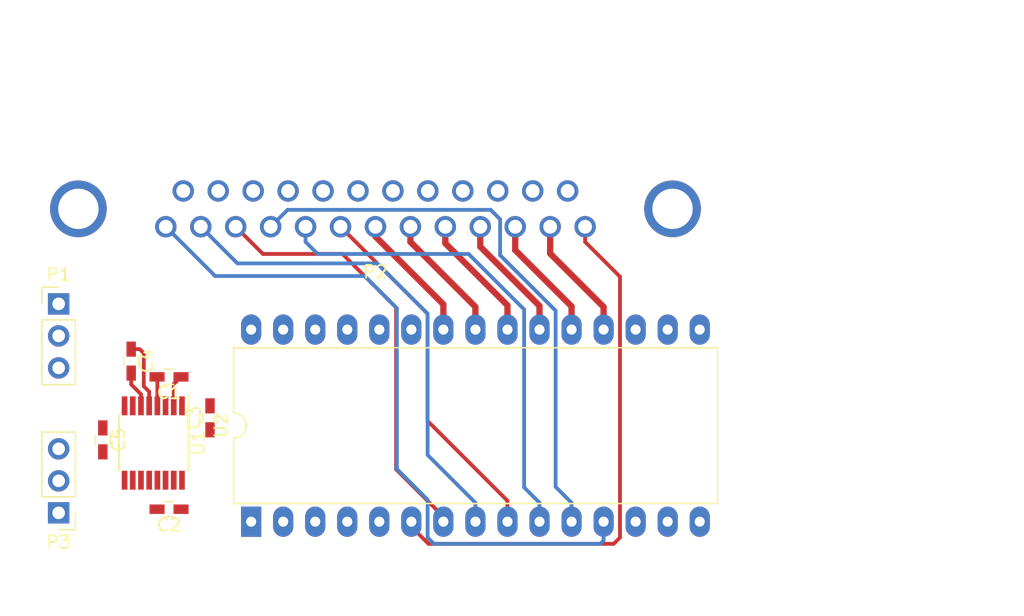
<source format=kicad_pcb>
(kicad_pcb (version 4) (host pcbnew 4.0.5)

  (general
    (links 45)
    (no_connects 42)
    (area 0 0 0 0)
    (thickness 1.6)
    (drawings 10)
    (tracks 79)
    (zones 0)
    (modules 10)
    (nets 27)
  )

  (page A4)
  (layers
    (0 F.Cu signal)
    (31 B.Cu signal)
    (32 B.Adhes user)
    (33 F.Adhes user)
    (34 B.Paste user)
    (35 F.Paste user)
    (36 B.SilkS user)
    (37 F.SilkS user)
    (38 B.Mask user)
    (39 F.Mask user)
    (40 Dwgs.User user)
    (41 Cmts.User user)
    (42 Eco1.User user)
    (43 Eco2.User user)
    (44 Edge.Cuts user)
    (45 Margin user)
    (46 B.CrtYd user)
    (47 F.CrtYd user)
    (48 B.Fab user)
    (49 F.Fab user)
  )

  (setup
    (last_trace_width 0.25)
    (user_trace_width 0.3)
    (user_trace_width 0.5)
    (user_trace_width 1)
    (trace_clearance 0.2)
    (zone_clearance 0.508)
    (zone_45_only no)
    (trace_min 0.15)
    (segment_width 0.2)
    (edge_width 0.15)
    (via_size 0.6)
    (via_drill 0.4)
    (via_min_size 0.3)
    (via_min_drill 0.2)
    (uvia_size 0.3)
    (uvia_drill 0.1)
    (uvias_allowed no)
    (uvia_min_size 0.2)
    (uvia_min_drill 0.1)
    (pcb_text_width 0.3)
    (pcb_text_size 1.5 1.5)
    (mod_edge_width 0.15)
    (mod_text_size 1 1)
    (mod_text_width 0.15)
    (pad_size 1.524 1.524)
    (pad_drill 0.762)
    (pad_to_mask_clearance 0.2)
    (aux_axis_origin 0 0)
    (visible_elements FFFEFF7F)
    (pcbplotparams
      (layerselection 0x00030_80000001)
      (usegerberextensions false)
      (excludeedgelayer true)
      (linewidth 0.100000)
      (plotframeref false)
      (viasonmask false)
      (mode 1)
      (useauxorigin false)
      (hpglpennumber 1)
      (hpglpenspeed 20)
      (hpglpendiameter 15)
      (hpglpenoverlay 2)
      (psnegative false)
      (psa4output false)
      (plotreference true)
      (plotvalue true)
      (plotinvisibletext false)
      (padsonsilk false)
      (subtractmaskfromsilk false)
      (outputformat 1)
      (mirror false)
      (drillshape 1)
      (scaleselection 1)
      (outputdirectory ""))
  )

  (net 0 "")
  (net 1 "Net-(C1-Pad1)")
  (net 2 "Net-(C1-Pad2)")
  (net 3 /+5V)
  (net 4 GND)
  (net 5 "Net-(C3-Pad1)")
  (net 6 "Net-(C4-Pad1)")
  (net 7 "Net-(C4-Pad2)")
  (net 8 "Net-(C5-Pad1)")
  (net 9 /VIN)
  (net 10 /~STROBE)
  (net 11 /DATA0)
  (net 12 /DATA1)
  (net 13 /DATA2)
  (net 14 /DATA3)
  (net 15 /DATA4)
  (net 16 /DATA5)
  (net 17 /DATA6)
  (net 18 /DATA7)
  (net 19 /~ACK)
  (net 20 /BUSY)
  (net 21 /POUT)
  (net 22 /SELECT)
  (net 23 /DOUT)
  (net 24 /RIN)
  (net 25 /ROUT)
  (net 26 /DIN)

  (net_class Default "This is the default net class."
    (clearance 0.2)
    (trace_width 0.25)
    (via_dia 0.6)
    (via_drill 0.4)
    (uvia_dia 0.3)
    (uvia_drill 0.1)
    (add_net /+5V)
    (add_net /BUSY)
    (add_net /DATA0)
    (add_net /DATA1)
    (add_net /DATA2)
    (add_net /DATA3)
    (add_net /DATA4)
    (add_net /DATA5)
    (add_net /DATA6)
    (add_net /DATA7)
    (add_net /DIN)
    (add_net /DOUT)
    (add_net /POUT)
    (add_net /RIN)
    (add_net /ROUT)
    (add_net /SELECT)
    (add_net /VIN)
    (add_net /~ACK)
    (add_net /~STROBE)
    (add_net GND)
    (add_net "Net-(C1-Pad1)")
    (add_net "Net-(C1-Pad2)")
    (add_net "Net-(C3-Pad1)")
    (add_net "Net-(C4-Pad1)")
    (add_net "Net-(C4-Pad2)")
    (add_net "Net-(C5-Pad1)")
  )

  (module Capacitors_SMD:C_0603_HandSoldering (layer F.Cu) (tedit 58AA848B) (tstamp 59594D58)
    (at 181.25 109.75 180)
    (descr "Capacitor SMD 0603, hand soldering")
    (tags "capacitor 0603")
    (path /59580C1C)
    (attr smd)
    (fp_text reference C1 (at 0 -1.25 180) (layer F.SilkS)
      (effects (font (size 1 1) (thickness 0.15)))
    )
    (fp_text value 47n (at 0 1.5 180) (layer F.Fab)
      (effects (font (size 1 1) (thickness 0.15)))
    )
    (fp_text user %R (at 0 -1.25 180) (layer F.Fab)
      (effects (font (size 1 1) (thickness 0.15)))
    )
    (fp_line (start -0.8 0.4) (end -0.8 -0.4) (layer F.Fab) (width 0.1))
    (fp_line (start 0.8 0.4) (end -0.8 0.4) (layer F.Fab) (width 0.1))
    (fp_line (start 0.8 -0.4) (end 0.8 0.4) (layer F.Fab) (width 0.1))
    (fp_line (start -0.8 -0.4) (end 0.8 -0.4) (layer F.Fab) (width 0.1))
    (fp_line (start -0.35 -0.6) (end 0.35 -0.6) (layer F.SilkS) (width 0.12))
    (fp_line (start 0.35 0.6) (end -0.35 0.6) (layer F.SilkS) (width 0.12))
    (fp_line (start -1.8 -0.65) (end 1.8 -0.65) (layer F.CrtYd) (width 0.05))
    (fp_line (start -1.8 -0.65) (end -1.8 0.65) (layer F.CrtYd) (width 0.05))
    (fp_line (start 1.8 0.65) (end 1.8 -0.65) (layer F.CrtYd) (width 0.05))
    (fp_line (start 1.8 0.65) (end -1.8 0.65) (layer F.CrtYd) (width 0.05))
    (pad 1 smd rect (at -0.95 0 180) (size 1.2 0.75) (layers F.Cu F.Paste F.Mask)
      (net 1 "Net-(C1-Pad1)"))
    (pad 2 smd rect (at 0.95 0 180) (size 1.2 0.75) (layers F.Cu F.Paste F.Mask)
      (net 2 "Net-(C1-Pad2)"))
    (model Capacitors_SMD.3dshapes/C_0603.wrl
      (at (xyz 0 0 0))
      (scale (xyz 1 1 1))
      (rotate (xyz 0 0 0))
    )
  )

  (module Capacitors_SMD:C_0603_HandSoldering (layer F.Cu) (tedit 58AA848B) (tstamp 59594D5E)
    (at 181.25 120.25 180)
    (descr "Capacitor SMD 0603, hand soldering")
    (tags "capacitor 0603")
    (path /59581375)
    (attr smd)
    (fp_text reference C2 (at 0 -1.25 180) (layer F.SilkS)
      (effects (font (size 1 1) (thickness 0.15)))
    )
    (fp_text value 100n (at 0 1.5 180) (layer F.Fab)
      (effects (font (size 1 1) (thickness 0.15)))
    )
    (fp_text user %R (at 0 -1.25 180) (layer F.Fab)
      (effects (font (size 1 1) (thickness 0.15)))
    )
    (fp_line (start -0.8 0.4) (end -0.8 -0.4) (layer F.Fab) (width 0.1))
    (fp_line (start 0.8 0.4) (end -0.8 0.4) (layer F.Fab) (width 0.1))
    (fp_line (start 0.8 -0.4) (end 0.8 0.4) (layer F.Fab) (width 0.1))
    (fp_line (start -0.8 -0.4) (end 0.8 -0.4) (layer F.Fab) (width 0.1))
    (fp_line (start -0.35 -0.6) (end 0.35 -0.6) (layer F.SilkS) (width 0.12))
    (fp_line (start 0.35 0.6) (end -0.35 0.6) (layer F.SilkS) (width 0.12))
    (fp_line (start -1.8 -0.65) (end 1.8 -0.65) (layer F.CrtYd) (width 0.05))
    (fp_line (start -1.8 -0.65) (end -1.8 0.65) (layer F.CrtYd) (width 0.05))
    (fp_line (start 1.8 0.65) (end 1.8 -0.65) (layer F.CrtYd) (width 0.05))
    (fp_line (start 1.8 0.65) (end -1.8 0.65) (layer F.CrtYd) (width 0.05))
    (pad 1 smd rect (at -0.95 0 180) (size 1.2 0.75) (layers F.Cu F.Paste F.Mask)
      (net 3 /+5V))
    (pad 2 smd rect (at 0.95 0 180) (size 1.2 0.75) (layers F.Cu F.Paste F.Mask)
      (net 4 GND))
    (model Capacitors_SMD.3dshapes/C_0603.wrl
      (at (xyz 0 0 0))
      (scale (xyz 1 1 1))
      (rotate (xyz 0 0 0))
    )
  )

  (module Capacitors_SMD:C_0603_HandSoldering (layer F.Cu) (tedit 58AA848B) (tstamp 59594D64)
    (at 184.5 113 90)
    (descr "Capacitor SMD 0603, hand soldering")
    (tags "capacitor 0603")
    (path /595816B2)
    (attr smd)
    (fp_text reference C3 (at 0 -1.25 90) (layer F.SilkS)
      (effects (font (size 1 1) (thickness 0.15)))
    )
    (fp_text value 330n (at 0 1.5 90) (layer F.Fab)
      (effects (font (size 1 1) (thickness 0.15)))
    )
    (fp_text user %R (at 0 -1.25 90) (layer F.Fab)
      (effects (font (size 1 1) (thickness 0.15)))
    )
    (fp_line (start -0.8 0.4) (end -0.8 -0.4) (layer F.Fab) (width 0.1))
    (fp_line (start 0.8 0.4) (end -0.8 0.4) (layer F.Fab) (width 0.1))
    (fp_line (start 0.8 -0.4) (end 0.8 0.4) (layer F.Fab) (width 0.1))
    (fp_line (start -0.8 -0.4) (end 0.8 -0.4) (layer F.Fab) (width 0.1))
    (fp_line (start -0.35 -0.6) (end 0.35 -0.6) (layer F.SilkS) (width 0.12))
    (fp_line (start 0.35 0.6) (end -0.35 0.6) (layer F.SilkS) (width 0.12))
    (fp_line (start -1.8 -0.65) (end 1.8 -0.65) (layer F.CrtYd) (width 0.05))
    (fp_line (start -1.8 -0.65) (end -1.8 0.65) (layer F.CrtYd) (width 0.05))
    (fp_line (start 1.8 0.65) (end 1.8 -0.65) (layer F.CrtYd) (width 0.05))
    (fp_line (start 1.8 0.65) (end -1.8 0.65) (layer F.CrtYd) (width 0.05))
    (pad 1 smd rect (at -0.95 0 90) (size 1.2 0.75) (layers F.Cu F.Paste F.Mask)
      (net 5 "Net-(C3-Pad1)"))
    (pad 2 smd rect (at 0.95 0 90) (size 1.2 0.75) (layers F.Cu F.Paste F.Mask)
      (net 4 GND))
    (model Capacitors_SMD.3dshapes/C_0603.wrl
      (at (xyz 0 0 0))
      (scale (xyz 1 1 1))
      (rotate (xyz 0 0 0))
    )
  )

  (module Capacitors_SMD:C_0603_HandSoldering (layer F.Cu) (tedit 58AA848B) (tstamp 59594D6A)
    (at 178.25 108.5 270)
    (descr "Capacitor SMD 0603, hand soldering")
    (tags "capacitor 0603")
    (path /59580DCA)
    (attr smd)
    (fp_text reference C4 (at 0 -1.25 270) (layer F.SilkS)
      (effects (font (size 1 1) (thickness 0.15)))
    )
    (fp_text value 330n (at 0 1.5 270) (layer F.Fab)
      (effects (font (size 1 1) (thickness 0.15)))
    )
    (fp_text user %R (at 0 -1.25 270) (layer F.Fab)
      (effects (font (size 1 1) (thickness 0.15)))
    )
    (fp_line (start -0.8 0.4) (end -0.8 -0.4) (layer F.Fab) (width 0.1))
    (fp_line (start 0.8 0.4) (end -0.8 0.4) (layer F.Fab) (width 0.1))
    (fp_line (start 0.8 -0.4) (end 0.8 0.4) (layer F.Fab) (width 0.1))
    (fp_line (start -0.8 -0.4) (end 0.8 -0.4) (layer F.Fab) (width 0.1))
    (fp_line (start -0.35 -0.6) (end 0.35 -0.6) (layer F.SilkS) (width 0.12))
    (fp_line (start 0.35 0.6) (end -0.35 0.6) (layer F.SilkS) (width 0.12))
    (fp_line (start -1.8 -0.65) (end 1.8 -0.65) (layer F.CrtYd) (width 0.05))
    (fp_line (start -1.8 -0.65) (end -1.8 0.65) (layer F.CrtYd) (width 0.05))
    (fp_line (start 1.8 0.65) (end 1.8 -0.65) (layer F.CrtYd) (width 0.05))
    (fp_line (start 1.8 0.65) (end -1.8 0.65) (layer F.CrtYd) (width 0.05))
    (pad 1 smd rect (at -0.95 0 270) (size 1.2 0.75) (layers F.Cu F.Paste F.Mask)
      (net 6 "Net-(C4-Pad1)"))
    (pad 2 smd rect (at 0.95 0 270) (size 1.2 0.75) (layers F.Cu F.Paste F.Mask)
      (net 7 "Net-(C4-Pad2)"))
    (model Capacitors_SMD.3dshapes/C_0603.wrl
      (at (xyz 0 0 0))
      (scale (xyz 1 1 1))
      (rotate (xyz 0 0 0))
    )
  )

  (module Capacitors_SMD:C_0603_HandSoldering (layer F.Cu) (tedit 58AA848B) (tstamp 59594D70)
    (at 176 114.75 270)
    (descr "Capacitor SMD 0603, hand soldering")
    (tags "capacitor 0603")
    (path /59581514)
    (attr smd)
    (fp_text reference C5 (at 0 -1.25 270) (layer F.SilkS)
      (effects (font (size 1 1) (thickness 0.15)))
    )
    (fp_text value 330n (at 0 1.5 270) (layer F.Fab)
      (effects (font (size 1 1) (thickness 0.15)))
    )
    (fp_text user %R (at 0 -1.25 270) (layer F.Fab)
      (effects (font (size 1 1) (thickness 0.15)))
    )
    (fp_line (start -0.8 0.4) (end -0.8 -0.4) (layer F.Fab) (width 0.1))
    (fp_line (start 0.8 0.4) (end -0.8 0.4) (layer F.Fab) (width 0.1))
    (fp_line (start 0.8 -0.4) (end 0.8 0.4) (layer F.Fab) (width 0.1))
    (fp_line (start -0.8 -0.4) (end 0.8 -0.4) (layer F.Fab) (width 0.1))
    (fp_line (start -0.35 -0.6) (end 0.35 -0.6) (layer F.SilkS) (width 0.12))
    (fp_line (start 0.35 0.6) (end -0.35 0.6) (layer F.SilkS) (width 0.12))
    (fp_line (start -1.8 -0.65) (end 1.8 -0.65) (layer F.CrtYd) (width 0.05))
    (fp_line (start -1.8 -0.65) (end -1.8 0.65) (layer F.CrtYd) (width 0.05))
    (fp_line (start 1.8 0.65) (end 1.8 -0.65) (layer F.CrtYd) (width 0.05))
    (fp_line (start 1.8 0.65) (end -1.8 0.65) (layer F.CrtYd) (width 0.05))
    (pad 1 smd rect (at -0.95 0 270) (size 1.2 0.75) (layers F.Cu F.Paste F.Mask)
      (net 8 "Net-(C5-Pad1)"))
    (pad 2 smd rect (at 0.95 0 270) (size 1.2 0.75) (layers F.Cu F.Paste F.Mask)
      (net 4 GND))
    (model Capacitors_SMD.3dshapes/C_0603.wrl
      (at (xyz 0 0 0))
      (scale (xyz 1 1 1))
      (rotate (xyz 0 0 0))
    )
  )

  (module Pin_Headers:Pin_Header_Straight_1x03_Pitch2.54mm (layer F.Cu) (tedit 58CD4EC1) (tstamp 59594D77)
    (at 172.5 103.96)
    (descr "Through hole straight pin header, 1x03, 2.54mm pitch, single row")
    (tags "Through hole pin header THT 1x03 2.54mm single row")
    (path /59580591)
    (fp_text reference P1 (at 0 -2.33) (layer F.SilkS)
      (effects (font (size 1 1) (thickness 0.15)))
    )
    (fp_text value PWR (at 0 7.41) (layer F.Fab)
      (effects (font (size 1 1) (thickness 0.15)))
    )
    (fp_line (start -1.27 -1.27) (end -1.27 6.35) (layer F.Fab) (width 0.1))
    (fp_line (start -1.27 6.35) (end 1.27 6.35) (layer F.Fab) (width 0.1))
    (fp_line (start 1.27 6.35) (end 1.27 -1.27) (layer F.Fab) (width 0.1))
    (fp_line (start 1.27 -1.27) (end -1.27 -1.27) (layer F.Fab) (width 0.1))
    (fp_line (start -1.33 1.27) (end -1.33 6.41) (layer F.SilkS) (width 0.12))
    (fp_line (start -1.33 6.41) (end 1.33 6.41) (layer F.SilkS) (width 0.12))
    (fp_line (start 1.33 6.41) (end 1.33 1.27) (layer F.SilkS) (width 0.12))
    (fp_line (start 1.33 1.27) (end -1.33 1.27) (layer F.SilkS) (width 0.12))
    (fp_line (start -1.33 0) (end -1.33 -1.33) (layer F.SilkS) (width 0.12))
    (fp_line (start -1.33 -1.33) (end 0 -1.33) (layer F.SilkS) (width 0.12))
    (fp_line (start -1.8 -1.8) (end -1.8 6.85) (layer F.CrtYd) (width 0.05))
    (fp_line (start -1.8 6.85) (end 1.8 6.85) (layer F.CrtYd) (width 0.05))
    (fp_line (start 1.8 6.85) (end 1.8 -1.8) (layer F.CrtYd) (width 0.05))
    (fp_line (start 1.8 -1.8) (end -1.8 -1.8) (layer F.CrtYd) (width 0.05))
    (fp_text user %R (at 0 -2.33) (layer F.Fab)
      (effects (font (size 1 1) (thickness 0.15)))
    )
    (pad 1 thru_hole rect (at 0 0) (size 1.7 1.7) (drill 1) (layers *.Cu *.Mask)
      (net 9 /VIN))
    (pad 2 thru_hole oval (at 0 2.54) (size 1.7 1.7) (drill 1) (layers *.Cu *.Mask)
      (net 3 /+5V))
    (pad 3 thru_hole oval (at 0 5.08) (size 1.7 1.7) (drill 1) (layers *.Cu *.Mask)
      (net 4 GND))
    (model ${KISYS3DMOD}/Pin_Headers.3dshapes/Pin_Header_Straight_1x03_Pitch2.54mm.wrl
      (at (xyz 0 -0.1 0))
      (scale (xyz 1 1 1))
      (rotate (xyz 0 0 90))
    )
  )

  (module Keio:DB25M-RA-TH (layer F.Cu) (tedit 59593A41) (tstamp 59594DD2)
    (at 197.615 96.42)
    (descr 182-YYY-113RYY1)
    (tags D-sub)
    (path /59593E4C)
    (fp_text reference P2 (at 0 5) (layer F.SilkS)
      (effects (font (size 1 1) (thickness 0.15)))
    )
    (fp_text value PARALLEL_PORT (at 0 -5) (layer F.Fab)
      (effects (font (size 1 1) (thickness 0.15)))
    )
    (fp_line (start 15.235 2.84) (end 15.235 0) (layer F.Mask) (width 0.15))
    (fp_line (start 18.005 2.84) (end 15.235 2.84) (layer F.Mask) (width 0.15))
    (fp_line (start 18.005 0) (end 18.005 2.84) (layer F.Mask) (width 0.15))
    (fp_line (start 15.235 0) (end 18.005 0) (layer F.Mask) (width 0.15))
    (fp_line (start 15.235 2.84) (end 15.235 0) (layer B.Mask) (width 0.15))
    (fp_line (start 18.005 2.84) (end 15.235 2.84) (layer B.Mask) (width 0.15))
    (fp_line (start 18.005 0) (end 18.005 2.84) (layer B.Mask) (width 0.15))
    (fp_line (start 15.235 0) (end 18.005 0) (layer B.Mask) (width 0.15))
    (fp_line (start 27 -15.75) (end 26.75 -15.75) (layer F.CrtYd) (width 0.15))
    (fp_line (start 27 3.75) (end 27 -15.75) (layer F.CrtYd) (width 0.15))
    (fp_line (start -27 3.75) (end 27 3.75) (layer F.CrtYd) (width 0.15))
    (fp_line (start -27 -15.75) (end 26.75 -15.75) (layer F.CrtYd) (width 0.15))
    (fp_line (start -27 3.75) (end -27 -15.75) (layer F.CrtYd) (width 0.15))
    (fp_line (start 21.5 -2.5) (end 21.5 -9.5) (layer F.Mask) (width 0.15))
    (fp_line (start 25.5 -2.5) (end 25.5 -9.5) (layer F.Mask) (width 0.15))
    (fp_line (start -21.5 -2.5) (end -21.5 -9.5) (layer F.Mask) (width 0.15))
    (fp_line (start -25.5 -2.5) (end -25.5 -9.5) (layer F.Mask) (width 0.15))
    (fp_line (start -19.48 -7.5) (end 19.48 -7.5) (layer F.Mask) (width 0.15))
    (fp_line (start -19.48 -7.5) (end -19.48 3.2) (layer F.Mask) (width 0.15))
    (fp_line (start 7 -10.5) (end 7 -14) (layer F.Mask) (width 0.15))
    (fp_line (start 4 -10.5) (end 7 -10.5) (layer F.Mask) (width 0.15))
    (fp_line (start 4 -14) (end 4 -10.5) (layer F.Mask) (width 0.15))
    (fp_line (start 1.5 -10.5) (end 1.5 -14) (layer F.Mask) (width 0.15))
    (fp_line (start -1.5 -10.5) (end 1.5 -10.5) (layer F.Mask) (width 0.15))
    (fp_line (start -1.5 -14) (end -1.5 -10.5) (layer F.Mask) (width 0.15))
    (fp_line (start -19.48 -15.3) (end -19.48 -9.5) (layer F.Mask) (width 0.15))
    (fp_line (start -26.52 -9.5) (end -26.52 3.2) (layer F.Mask) (width 0.15))
    (fp_line (start -19.48 -15.3) (end 19.48 -15.3) (layer F.Mask) (width 0.15))
    (fp_line (start -26.52 -9.5) (end 26.52 -9.5) (layer F.Mask) (width 0.15))
    (fp_line (start -26.52 3.2) (end 26.52 3.2) (layer F.Mask) (width 0.15))
    (fp_line (start 26.52 -9.5) (end 26.52 3.2) (layer F.Mask) (width 0.15))
    (fp_line (start 19.48 -15.3) (end 19.48 -9.5) (layer F.Mask) (width 0.15))
    (fp_line (start 9.5 -14) (end 9.5 -10.5) (layer F.Mask) (width 0.15))
    (fp_line (start 9.5 -10.5) (end 12.5 -10.5) (layer F.Mask) (width 0.15))
    (fp_line (start 12.5 -10.5) (end 12.5 -14) (layer F.Mask) (width 0.15))
    (fp_line (start 9.5 -14) (end 9.5 -10.5) (layer F.Mask) (width 0.15))
    (fp_line (start 9.5 -10.5) (end 12.5 -10.5) (layer F.Mask) (width 0.15))
    (fp_line (start 12.5 -10.5) (end 12.5 -14) (layer F.Mask) (width 0.15))
    (fp_line (start 15 -10.5) (end 18 -10.5) (layer F.Mask) (width 0.15))
    (fp_line (start 15 -14) (end 15 -10.5) (layer F.Mask) (width 0.15))
    (fp_line (start 18 -10.5) (end 18 -14) (layer F.Mask) (width 0.15))
    (fp_line (start 15 -10.5) (end 18 -10.5) (layer F.Mask) (width 0.15))
    (fp_line (start 18 -10.5) (end 18 -14) (layer F.Mask) (width 0.15))
    (fp_line (start 15 -14) (end 15 -10.5) (layer F.Mask) (width 0.15))
    (fp_line (start -18 -10.5) (end -15 -10.5) (layer F.Mask) (width 0.15))
    (fp_line (start -15 -10.5) (end -15 -14) (layer F.Mask) (width 0.15))
    (fp_line (start -18 -14) (end -18 -10.5) (layer F.Mask) (width 0.15))
    (fp_line (start -4 -10.5) (end -4 -14) (layer F.Mask) (width 0.15))
    (fp_line (start -7 -14) (end -7 -10.5) (layer F.Mask) (width 0.15))
    (fp_line (start -7 -10.5) (end -4 -10.5) (layer F.Mask) (width 0.15))
    (fp_line (start -7 -10.5) (end -4 -10.5) (layer F.Mask) (width 0.15))
    (fp_line (start -4 -10.5) (end -4 -14) (layer F.Mask) (width 0.15))
    (fp_line (start -7 -14) (end -7 -10.5) (layer F.Mask) (width 0.15))
    (fp_line (start -9.5 -10.5) (end -9.5 -14) (layer F.Mask) (width 0.15))
    (fp_line (start -12.5 -14) (end -12.5 -10.5) (layer F.Mask) (width 0.15))
    (fp_line (start -12.5 -10.5) (end -9.5 -10.5) (layer F.Mask) (width 0.15))
    (fp_line (start -12.5 -10.5) (end -9.5 -10.5) (layer F.Mask) (width 0.15))
    (fp_line (start -12.5 -14) (end -12.5 -10.5) (layer F.Mask) (width 0.15))
    (fp_line (start -9.5 -10.5) (end -9.5 -14) (layer F.Mask) (width 0.15))
    (fp_line (start 19.48 -7.5) (end 19.48 3.2) (layer F.Mask) (width 0.15))
    (pad 26 thru_hole circle (at -23.55 0) (size 4.5 4.5) (drill 3.2) (layers *.Cu *.Mask)
      (net 4 GND))
    (pad 26 thru_hole circle (at 23.55 0 90) (size 4.5 4.5) (drill 3.2) (layers *.Cu *.Mask)
      (net 4 GND))
    (pad 1 thru_hole circle (at 16.62 1.42 90) (size 1.7 1.7) (drill 1.1) (layers *.Cu *.Mask)
      (net 10 /~STROBE))
    (pad 2 thru_hole circle (at 13.85 1.42 90) (size 1.7 1.7) (drill 1.1) (layers *.Cu *.Mask)
      (net 11 /DATA0))
    (pad 3 thru_hole circle (at 11.08 1.42 90) (size 1.7 1.7) (drill 1.1) (layers *.Cu *.Mask)
      (net 12 /DATA1))
    (pad 4 thru_hole circle (at 8.31 1.42 90) (size 1.7 1.7) (drill 1.1) (layers *.Cu *.Mask)
      (net 13 /DATA2))
    (pad 5 thru_hole circle (at 5.54 1.42 90) (size 1.7 1.7) (drill 1.1) (layers *.Cu *.Mask)
      (net 14 /DATA3))
    (pad 6 thru_hole circle (at 2.77 1.42 90) (size 1.7 1.7) (drill 1.1) (layers *.Cu *.Mask)
      (net 15 /DATA4))
    (pad 7 thru_hole circle (at 0 1.42 90) (size 1.7 1.7) (drill 1.1) (layers *.Cu *.Mask)
      (net 16 /DATA5))
    (pad 8 thru_hole circle (at -2.77 1.42 90) (size 1.7 1.7) (drill 1.1) (layers *.Cu *.Mask)
      (net 17 /DATA6))
    (pad 9 thru_hole circle (at -5.54 1.42 90) (size 1.7 1.7) (drill 1.1) (layers *.Cu *.Mask)
      (net 18 /DATA7))
    (pad 10 thru_hole circle (at -8.31 1.42 90) (size 1.7 1.7) (drill 1.1) (layers *.Cu *.Mask)
      (net 19 /~ACK))
    (pad 11 thru_hole circle (at -11.08 1.42 90) (size 1.7 1.7) (drill 1.1) (layers *.Cu *.Mask)
      (net 20 /BUSY))
    (pad 12 thru_hole circle (at -13.85 1.42 90) (size 1.7 1.7) (drill 1.1) (layers *.Cu *.Mask)
      (net 21 /POUT))
    (pad 13 thru_hole circle (at -16.62 1.42 90) (size 1.7 1.7) (drill 1.1) (layers *.Cu *.Mask)
      (net 22 /SELECT))
    (pad 14 thru_hole circle (at 15.235 -1.42 90) (size 1.7 1.7) (drill 1.1) (layers *.Cu *.Mask))
    (pad 15 thru_hole circle (at 12.465 -1.42 90) (size 1.7 1.7) (drill 1.1) (layers *.Cu *.Mask))
    (pad 16 thru_hole circle (at 9.695 -1.42 90) (size 1.7 1.7) (drill 1.1) (layers *.Cu *.Mask))
    (pad 17 thru_hole circle (at 6.925 -1.42 90) (size 1.7 1.7) (drill 1.1) (layers *.Cu *.Mask)
      (net 4 GND))
    (pad 18 thru_hole circle (at 4.155 -1.42 90) (size 1.7 1.7) (drill 1.1) (layers *.Cu *.Mask)
      (net 4 GND))
    (pad 19 thru_hole circle (at 1.385 -1.42 90) (size 1.7 1.7) (drill 1.1) (layers *.Cu *.Mask)
      (net 4 GND))
    (pad 20 thru_hole circle (at -1.385 -1.42 90) (size 1.7 1.7) (drill 1.1) (layers *.Cu *.Mask)
      (net 4 GND))
    (pad 21 thru_hole circle (at -4.155 -1.42 90) (size 1.7 1.7) (drill 1.1) (layers *.Cu *.Mask)
      (net 4 GND))
    (pad 22 thru_hole circle (at -6.925 -1.42 90) (size 1.7 1.7) (drill 1.1) (layers *.Cu *.Mask)
      (net 4 GND))
    (pad 23 thru_hole circle (at -9.695 -1.42 90) (size 1.7 1.7) (drill 1.1) (layers *.Cu *.Mask))
    (pad 24 thru_hole circle (at -12.465 -1.42 90) (size 1.7 1.7) (drill 1.1) (layers *.Cu *.Mask))
    (pad 25 thru_hole circle (at -15.235 -1.42 90) (size 1.7 1.7) (drill 1.1) (layers *.Cu *.Mask))
  )

  (module Pin_Headers:Pin_Header_Straight_1x03_Pitch2.54mm (layer F.Cu) (tedit 58CD4EC1) (tstamp 59594DD9)
    (at 172.5 120.54 180)
    (descr "Through hole straight pin header, 1x03, 2.54mm pitch, single row")
    (tags "Through hole pin header THT 1x03 2.54mm single row")
    (path /59590B9E)
    (fp_text reference P3 (at 0 -2.33 180) (layer F.SilkS)
      (effects (font (size 1 1) (thickness 0.15)))
    )
    (fp_text value RS232 (at 0 7.41 180) (layer F.Fab)
      (effects (font (size 1 1) (thickness 0.15)))
    )
    (fp_line (start -1.27 -1.27) (end -1.27 6.35) (layer F.Fab) (width 0.1))
    (fp_line (start -1.27 6.35) (end 1.27 6.35) (layer F.Fab) (width 0.1))
    (fp_line (start 1.27 6.35) (end 1.27 -1.27) (layer F.Fab) (width 0.1))
    (fp_line (start 1.27 -1.27) (end -1.27 -1.27) (layer F.Fab) (width 0.1))
    (fp_line (start -1.33 1.27) (end -1.33 6.41) (layer F.SilkS) (width 0.12))
    (fp_line (start -1.33 6.41) (end 1.33 6.41) (layer F.SilkS) (width 0.12))
    (fp_line (start 1.33 6.41) (end 1.33 1.27) (layer F.SilkS) (width 0.12))
    (fp_line (start 1.33 1.27) (end -1.33 1.27) (layer F.SilkS) (width 0.12))
    (fp_line (start -1.33 0) (end -1.33 -1.33) (layer F.SilkS) (width 0.12))
    (fp_line (start -1.33 -1.33) (end 0 -1.33) (layer F.SilkS) (width 0.12))
    (fp_line (start -1.8 -1.8) (end -1.8 6.85) (layer F.CrtYd) (width 0.05))
    (fp_line (start -1.8 6.85) (end 1.8 6.85) (layer F.CrtYd) (width 0.05))
    (fp_line (start 1.8 6.85) (end 1.8 -1.8) (layer F.CrtYd) (width 0.05))
    (fp_line (start 1.8 -1.8) (end -1.8 -1.8) (layer F.CrtYd) (width 0.05))
    (fp_text user %R (at 0 -2.33 180) (layer F.Fab)
      (effects (font (size 1 1) (thickness 0.15)))
    )
    (pad 1 thru_hole rect (at 0 0 180) (size 1.7 1.7) (drill 1) (layers *.Cu *.Mask)
      (net 23 /DOUT))
    (pad 2 thru_hole oval (at 0 2.54 180) (size 1.7 1.7) (drill 1) (layers *.Cu *.Mask)
      (net 24 /RIN))
    (pad 3 thru_hole oval (at 0 5.08 180) (size 1.7 1.7) (drill 1) (layers *.Cu *.Mask)
      (net 4 GND))
    (model ${KISYS3DMOD}/Pin_Headers.3dshapes/Pin_Header_Straight_1x03_Pitch2.54mm.wrl
      (at (xyz 0 -0.1 0))
      (scale (xyz 1 1 1))
      (rotate (xyz 0 0 90))
    )
  )

  (module Housings_SSOP:TSSOP-16_4.4x5mm_Pitch0.65mm (layer F.Cu) (tedit 54130A77) (tstamp 59594DED)
    (at 180 115 270)
    (descr "16-Lead Plastic Thin Shrink Small Outline (ST)-4.4 mm Body [TSSOP] (see Microchip Packaging Specification 00000049BS.pdf)")
    (tags "SSOP 0.65")
    (path /595806F9)
    (attr smd)
    (fp_text reference U1 (at 0 -3.55 270) (layer F.SilkS)
      (effects (font (size 1 1) (thickness 0.15)))
    )
    (fp_text value MAX3221 (at 0 3.55 270) (layer F.Fab)
      (effects (font (size 1 1) (thickness 0.15)))
    )
    (fp_line (start -1.2 -2.5) (end 2.2 -2.5) (layer F.Fab) (width 0.15))
    (fp_line (start 2.2 -2.5) (end 2.2 2.5) (layer F.Fab) (width 0.15))
    (fp_line (start 2.2 2.5) (end -2.2 2.5) (layer F.Fab) (width 0.15))
    (fp_line (start -2.2 2.5) (end -2.2 -1.5) (layer F.Fab) (width 0.15))
    (fp_line (start -2.2 -1.5) (end -1.2 -2.5) (layer F.Fab) (width 0.15))
    (fp_line (start -3.95 -2.9) (end -3.95 2.8) (layer F.CrtYd) (width 0.05))
    (fp_line (start 3.95 -2.9) (end 3.95 2.8) (layer F.CrtYd) (width 0.05))
    (fp_line (start -3.95 -2.9) (end 3.95 -2.9) (layer F.CrtYd) (width 0.05))
    (fp_line (start -3.95 2.8) (end 3.95 2.8) (layer F.CrtYd) (width 0.05))
    (fp_line (start -2.2 2.725) (end 2.2 2.725) (layer F.SilkS) (width 0.15))
    (fp_line (start -3.775 -2.8) (end 2.2 -2.8) (layer F.SilkS) (width 0.15))
    (fp_text user %R (at 0 0 270) (layer F.Fab)
      (effects (font (size 0.8 0.8) (thickness 0.15)))
    )
    (pad 1 smd rect (at -2.95 -2.275 270) (size 1.5 0.45) (layers F.Cu F.Paste F.Mask)
      (net 4 GND))
    (pad 2 smd rect (at -2.95 -1.625 270) (size 1.5 0.45) (layers F.Cu F.Paste F.Mask)
      (net 1 "Net-(C1-Pad1)"))
    (pad 3 smd rect (at -2.95 -0.975 270) (size 1.5 0.45) (layers F.Cu F.Paste F.Mask)
      (net 5 "Net-(C3-Pad1)"))
    (pad 4 smd rect (at -2.95 -0.325 270) (size 1.5 0.45) (layers F.Cu F.Paste F.Mask)
      (net 2 "Net-(C1-Pad2)"))
    (pad 5 smd rect (at -2.95 0.325 270) (size 1.5 0.45) (layers F.Cu F.Paste F.Mask)
      (net 6 "Net-(C4-Pad1)"))
    (pad 6 smd rect (at -2.95 0.975 270) (size 1.5 0.45) (layers F.Cu F.Paste F.Mask)
      (net 7 "Net-(C4-Pad2)"))
    (pad 7 smd rect (at -2.95 1.625 270) (size 1.5 0.45) (layers F.Cu F.Paste F.Mask)
      (net 8 "Net-(C5-Pad1)"))
    (pad 8 smd rect (at -2.95 2.275 270) (size 1.5 0.45) (layers F.Cu F.Paste F.Mask)
      (net 24 /RIN))
    (pad 9 smd rect (at 2.95 2.275 270) (size 1.5 0.45) (layers F.Cu F.Paste F.Mask)
      (net 25 /ROUT))
    (pad 10 smd rect (at 2.95 1.625 270) (size 1.5 0.45) (layers F.Cu F.Paste F.Mask))
    (pad 11 smd rect (at 2.95 0.975 270) (size 1.5 0.45) (layers F.Cu F.Paste F.Mask)
      (net 26 /DIN))
    (pad 12 smd rect (at 2.95 0.325 270) (size 1.5 0.45) (layers F.Cu F.Paste F.Mask)
      (net 3 /+5V))
    (pad 13 smd rect (at 2.95 -0.325 270) (size 1.5 0.45) (layers F.Cu F.Paste F.Mask)
      (net 23 /DOUT))
    (pad 14 smd rect (at 2.95 -0.975 270) (size 1.5 0.45) (layers F.Cu F.Paste F.Mask)
      (net 4 GND))
    (pad 15 smd rect (at 2.95 -1.625 270) (size 1.5 0.45) (layers F.Cu F.Paste F.Mask)
      (net 3 /+5V))
    (pad 16 smd rect (at 2.95 -2.275 270) (size 1.5 0.45) (layers F.Cu F.Paste F.Mask)
      (net 3 /+5V))
    (model ${KISYS3DMOD}/Housings_SSOP.3dshapes/TSSOP-16_4.4x5mm_Pitch0.65mm.wrl
      (at (xyz 0 0 0))
      (scale (xyz 1 1 1))
      (rotate (xyz 0 0 0))
    )
  )

  (module Keio:DIP-30_W15.24mm_LongPads (layer F.Cu) (tedit 59590140) (tstamp 59594E1F)
    (at 187.76 121.24 90)
    (descr "30-lead dip package, row spacing 15.24 mm (600 mils), LongPads")
    (tags "DIL DIP PDIP 2.54mm 15.24mm 600mil LongPads")
    (path /595803D0)
    (fp_text reference U2 (at 7.62 -2.39 90) (layer F.SilkS)
      (effects (font (size 1 1) (thickness 0.15)))
    )
    (fp_text value ARDUINO_NANO_V3 (at 7.62 38.735 90) (layer F.Fab)
      (effects (font (size 1 1) (thickness 0.15)))
    )
    (fp_text user %R (at 7.62 19.05 90) (layer F.Fab)
      (effects (font (size 1 1) (thickness 0.15)))
    )
    (fp_line (start 1.255 -1.27) (end 14.985 -1.27) (layer F.Fab) (width 0.1))
    (fp_line (start 14.985 -1.27) (end 14.986 36.83) (layer F.Fab) (width 0.1))
    (fp_line (start 14.985 36.83) (end 0.255 36.83) (layer F.Fab) (width 0.1))
    (fp_line (start 0.254 36.83) (end 0.255 -0.27) (layer F.Fab) (width 0.1))
    (fp_line (start 0.255 -0.27) (end 1.255 -1.27) (layer F.Fab) (width 0.1))
    (fp_line (start 6.62 -1.39) (end 1.44 -1.39) (layer F.SilkS) (width 0.12))
    (fp_line (start 1.44 -1.39) (end 1.44 36.9824) (layer F.SilkS) (width 0.12))
    (fp_line (start 1.44 36.9824) (end 13.8 36.9824) (layer F.SilkS) (width 0.12))
    (fp_line (start 13.8 36.9824) (end 13.8 -1.39) (layer F.SilkS) (width 0.12))
    (fp_line (start 13.8 -1.39) (end 8.62 -1.39) (layer F.SilkS) (width 0.12))
    (fp_line (start -1.5 -1.6) (end -1.5 37.465) (layer F.CrtYd) (width 0.05))
    (fp_line (start -1.5 37.465) (end 16.7 37.465) (layer F.CrtYd) (width 0.05))
    (fp_line (start 16.7 37.465) (end 16.7 -1.6) (layer F.CrtYd) (width 0.05))
    (fp_line (start 16.7 -1.6) (end -1.5 -1.6) (layer F.CrtYd) (width 0.05))
    (fp_arc (start 7.62 -1.39) (end 6.62 -1.39) (angle -180) (layer F.SilkS) (width 0.12))
    (pad 1 thru_hole rect (at 0 0 90) (size 2.4 1.6) (drill 0.8) (layers *.Cu *.Mask)
      (net 26 /DIN))
    (pad 17 thru_hole oval (at 15.24 33.02 90) (size 2.4 1.6) (drill 0.8) (layers *.Cu *.Mask))
    (pad 2 thru_hole oval (at 0 2.54 90) (size 2.4 1.6) (drill 0.8) (layers *.Cu *.Mask)
      (net 25 /ROUT))
    (pad 18 thru_hole oval (at 15.24 30.48 90) (size 2.4 1.6) (drill 0.8) (layers *.Cu *.Mask))
    (pad 3 thru_hole oval (at 0 5.08 90) (size 2.4 1.6) (drill 0.8) (layers *.Cu *.Mask))
    (pad 19 thru_hole oval (at 15.24 27.94 90) (size 2.4 1.6) (drill 0.8) (layers *.Cu *.Mask)
      (net 11 /DATA0))
    (pad 4 thru_hole oval (at 0 7.62 90) (size 2.4 1.6) (drill 0.8) (layers *.Cu *.Mask)
      (net 4 GND))
    (pad 20 thru_hole oval (at 15.24 25.4 90) (size 2.4 1.6) (drill 0.8) (layers *.Cu *.Mask)
      (net 12 /DATA1))
    (pad 5 thru_hole oval (at 0 10.16 90) (size 2.4 1.6) (drill 0.8) (layers *.Cu *.Mask))
    (pad 21 thru_hole oval (at 15.24 22.86 90) (size 2.4 1.6) (drill 0.8) (layers *.Cu *.Mask)
      (net 13 /DATA2))
    (pad 6 thru_hole oval (at 0 12.7 90) (size 2.4 1.6) (drill 0.8) (layers *.Cu *.Mask)
      (net 10 /~STROBE))
    (pad 22 thru_hole oval (at 15.24 20.32 90) (size 2.4 1.6) (drill 0.8) (layers *.Cu *.Mask)
      (net 14 /DATA3))
    (pad 7 thru_hole oval (at 0 15.24 90) (size 2.4 1.6) (drill 0.8) (layers *.Cu *.Mask)
      (net 20 /BUSY))
    (pad 23 thru_hole oval (at 15.24 17.78 90) (size 2.4 1.6) (drill 0.8) (layers *.Cu *.Mask)
      (net 15 /DATA4))
    (pad 8 thru_hole oval (at 0 17.78 90) (size 2.4 1.6) (drill 0.8) (layers *.Cu *.Mask)
      (net 21 /POUT))
    (pad 24 thru_hole oval (at 15.24 15.24 90) (size 2.4 1.6) (drill 0.8) (layers *.Cu *.Mask)
      (net 16 /DATA5))
    (pad 9 thru_hole oval (at 0 20.32 90) (size 2.4 1.6) (drill 0.8) (layers *.Cu *.Mask)
      (net 17 /DATA6))
    (pad 25 thru_hole oval (at 15.24 12.7 90) (size 2.4 1.6) (drill 0.8) (layers *.Cu *.Mask))
    (pad 10 thru_hole oval (at 0 22.86 90) (size 2.4 1.6) (drill 0.8) (layers *.Cu *.Mask)
      (net 18 /DATA7))
    (pad 26 thru_hole oval (at 15.24 10.16 90) (size 2.4 1.6) (drill 0.8) (layers *.Cu *.Mask))
    (pad 11 thru_hole oval (at 0 25.4 90) (size 2.4 1.6) (drill 0.8) (layers *.Cu *.Mask)
      (net 19 /~ACK))
    (pad 27 thru_hole oval (at 15.24 7.62 90) (size 2.4 1.6) (drill 0.8) (layers *.Cu *.Mask)
      (net 3 /+5V))
    (pad 12 thru_hole oval (at 0 27.94 90) (size 2.4 1.6) (drill 0.8) (layers *.Cu *.Mask)
      (net 22 /SELECT))
    (pad 28 thru_hole oval (at 15.24 5.08 90) (size 2.4 1.6) (drill 0.8) (layers *.Cu *.Mask))
    (pad 13 thru_hole oval (at 0 30.48 90) (size 2.4 1.6) (drill 0.8) (layers *.Cu *.Mask))
    (pad 29 thru_hole oval (at 15.24 2.54 90) (size 2.4 1.6) (drill 0.8) (layers *.Cu *.Mask)
      (net 4 GND))
    (pad 14 thru_hole oval (at 0 33.02 90) (size 2.4 1.6) (drill 0.8) (layers *.Cu *.Mask))
    (pad 30 thru_hole oval (at 15.24 0 90) (size 2.4 1.6) (drill 0.8) (layers *.Cu *.Mask)
      (net 9 /VIN))
    (pad 15 thru_hole oval (at 0 35.56 90) (size 2.4 1.6) (drill 0.8) (layers *.Cu *.Mask))
    (pad 16 thru_hole oval (at 15.24 35.56 90) (size 2.4 1.6) (drill 0.8) (layers *.Cu *.Mask))
    (model ${KISYS3DMOD}/Housings_DIP.3dshapes/DIP-30_W15.24mm_LongPads.wrl
      (at (xyz 0 0 0))
      (scale (xyz 1 1 1))
      (rotate (xyz 0 0 0))
    )
  )

  (gr_line (start 224 87.5) (end 171.5 87.5) (layer Margin) (width 0.2))
  (gr_arc (start 224 90) (end 224 87.5) (angle 90) (layer Margin) (width 0.2) (tstamp 595ABE96))
  (gr_arc (start 171.5 90) (end 169 90) (angle 90) (layer Margin) (width 0.2) (tstamp 595ABE6E))
  (gr_arc (start 171.5 121.5) (end 171.5 124) (angle 90) (layer Margin) (width 0.2) (tstamp 595ABE66))
  (gr_arc (start 224 121.5) (end 226.5 121.5) (angle 90) (layer Margin) (width 0.2))
  (dimension 59.5 (width 0.3) (layer Cmts.User)
    (gr_text "59.500 mm" (at 197.75 129.35) (layer Cmts.User)
      (effects (font (size 1.5 1.5) (thickness 0.3)))
    )
    (feature1 (pts (xy 227.5 125) (xy 227.5 130.7)))
    (feature2 (pts (xy 168 125) (xy 168 130.7)))
    (crossbar (pts (xy 168 128) (xy 227.5 128)))
    (arrow1a (pts (xy 227.5 128) (xy 226.373496 128.586421)))
    (arrow1b (pts (xy 227.5 128) (xy 226.373496 127.413579)))
    (arrow2a (pts (xy 168 128) (xy 169.126504 128.586421)))
    (arrow2b (pts (xy 168 128) (xy 169.126504 127.413579)))
  )
  (gr_line (start 226.5 90) (end 226.5 121.5) (layer Margin) (width 0.2))
  (gr_line (start 171.5 124) (end 224 124) (layer Margin) (width 0.2))
  (gr_line (start 169 90) (end 169 121.5) (layer Margin) (width 0.2))
  (dimension 45 (width 0.3) (layer Cmts.User)
    (gr_text "45.000 mm" (at 246.35 102.5 270) (layer Cmts.User)
      (effects (font (size 1.5 1.5) (thickness 0.3)))
    )
    (feature1 (pts (xy 240 125) (xy 247.7 125)))
    (feature2 (pts (xy 240 80) (xy 247.7 80)))
    (crossbar (pts (xy 245 80) (xy 245 125)))
    (arrow1a (pts (xy 245 125) (xy 244.413579 123.873496)))
    (arrow1b (pts (xy 245 125) (xy 245.586421 123.873496)))
    (arrow2a (pts (xy 245 80) (xy 244.413579 81.126504)))
    (arrow2b (pts (xy 245 80) (xy 245.586421 81.126504)))
  )

  (segment (start 181.625 112.05) (end 181.625 110.325) (width 0.3) (layer F.Cu) (net 1))
  (segment (start 181.625 110.325) (end 182.2 109.75) (width 0.3) (layer F.Cu) (net 1))
  (segment (start 180.325 112.05) (end 180.325 109.775) (width 0.3) (layer F.Cu) (net 2))
  (segment (start 180.325 109.775) (end 180.3 109.75) (width 0.3) (layer F.Cu) (net 2))
  (segment (start 179.25 110.5) (end 179.675 110.925) (width 0.3) (layer F.Cu) (net 6))
  (segment (start 179.675 110.925) (end 179.675 112.05) (width 0.3) (layer F.Cu) (net 6))
  (segment (start 179.25 107.875) (end 179.25 110.5) (width 0.3) (layer F.Cu) (net 6))
  (segment (start 178.25 107.55) (end 178.925 107.55) (width 0.3) (layer F.Cu) (net 6))
  (segment (start 178.925 107.55) (end 179.25 107.875) (width 0.3) (layer F.Cu) (net 6))
  (segment (start 178.25 109.45) (end 178.25 110.35) (width 0.3) (layer F.Cu) (net 7))
  (segment (start 178.25 110.35) (end 179.025 111.125) (width 0.3) (layer F.Cu) (net 7))
  (segment (start 179.025 111.125) (end 179.025 112.05) (width 0.3) (layer F.Cu) (net 7))
  (segment (start 214.235 97.84) (end 214.235 99.042081) (width 0.3) (layer F.Cu) (net 10))
  (segment (start 216.5 123) (end 201.82 123) (width 0.3) (layer F.Cu) (net 10))
  (segment (start 214.235 99.042081) (end 217 101.807081) (width 0.3) (layer F.Cu) (net 10))
  (segment (start 217 122.5) (end 216.5 123) (width 0.3) (layer F.Cu) (net 10))
  (segment (start 217 101.807081) (end 217 122.5) (width 0.3) (layer F.Cu) (net 10))
  (segment (start 201.82 123) (end 200.46 121.64) (width 0.3) (layer F.Cu) (net 10))
  (segment (start 200.46 121.64) (end 200.46 121.24) (width 0.3) (layer F.Cu) (net 10))
  (segment (start 211.465 99.965) (end 215.7 104.2) (width 0.5) (layer F.Cu) (net 11))
  (segment (start 215.7 104.2) (end 215.7 106) (width 0.5) (layer F.Cu) (net 11))
  (segment (start 211.465 97.84) (end 211.465 99.965) (width 0.5) (layer F.Cu) (net 11))
  (segment (start 208.695 99.695) (end 213.16 104.16) (width 0.5) (layer F.Cu) (net 12))
  (segment (start 213.16 104.16) (end 213.16 106) (width 0.5) (layer F.Cu) (net 12))
  (segment (start 208.695 97.84) (end 208.695 99.695) (width 0.5) (layer F.Cu) (net 12))
  (segment (start 205.925 99.425) (end 210.62 104.12) (width 0.5) (layer F.Cu) (net 13))
  (segment (start 210.62 104.12) (end 210.62 106) (width 0.5) (layer F.Cu) (net 13))
  (segment (start 205.925 97.84) (end 205.925 99.425) (width 0.5) (layer F.Cu) (net 13))
  (segment (start 203.155 99.155) (end 208.08 104.08) (width 0.5) (layer F.Cu) (net 14))
  (segment (start 208.08 104.08) (end 208.08 106) (width 0.5) (layer F.Cu) (net 14))
  (segment (start 203.155 97.84) (end 203.155 99.155) (width 0.5) (layer F.Cu) (net 14))
  (segment (start 200.385 97.84) (end 200.385 99.042081) (width 0.5) (layer F.Cu) (net 15))
  (segment (start 200.385 99.042081) (end 205.54 104.197081) (width 0.5) (layer F.Cu) (net 15))
  (segment (start 205.54 104.197081) (end 205.54 106) (width 0.5) (layer F.Cu) (net 15))
  (segment (start 203 104) (end 203 106) (width 0.5) (layer F.Cu) (net 16))
  (segment (start 197.615 98.615) (end 203 104) (width 0.5) (layer F.Cu) (net 16))
  (segment (start 197.615 97.84) (end 197.615 98.615) (width 0.5) (layer F.Cu) (net 16))
  (segment (start 194.845 97.84) (end 201.75 104.745) (width 0.3) (layer F.Cu) (net 17))
  (segment (start 201.75 104.745) (end 201.75 113.25) (width 0.3) (layer F.Cu) (net 17))
  (segment (start 201.75 113.25) (end 208.08 119.58) (width 0.3) (layer F.Cu) (net 17))
  (segment (start 208.08 119.58) (end 208.08 121.24) (width 0.3) (layer F.Cu) (net 17))
  (segment (start 209.4 118.52) (end 210.62 119.74) (width 0.3) (layer B.Cu) (net 18))
  (segment (start 192.075 97.84) (end 192.075 99.042081) (width 0.3) (layer B.Cu) (net 18))
  (segment (start 192.075 99.042081) (end 193.032919 100) (width 0.3) (layer B.Cu) (net 18))
  (segment (start 193.032919 100) (end 205 100) (width 0.3) (layer B.Cu) (net 18))
  (segment (start 205 100) (end 209.4 104.4) (width 0.3) (layer B.Cu) (net 18))
  (segment (start 209.4 104.4) (end 209.4 118.52) (width 0.3) (layer B.Cu) (net 18))
  (segment (start 210.62 119.74) (end 210.62 121.24) (width 0.3) (layer B.Cu) (net 18))
  (segment (start 189.305 97.84) (end 190.645 96.5) (width 0.3) (layer B.Cu) (net 19))
  (segment (start 190.645 96.5) (end 206.75 96.5) (width 0.3) (layer B.Cu) (net 19))
  (segment (start 206.75 96.5) (end 207.494999 97.244999) (width 0.3) (layer B.Cu) (net 19))
  (segment (start 207.494999 97.244999) (end 207.494999 100.094999) (width 0.3) (layer B.Cu) (net 19))
  (segment (start 207.494999 100.094999) (end 211.9 104.5) (width 0.3) (layer B.Cu) (net 19))
  (segment (start 211.9 104.5) (end 211.9 118.48) (width 0.3) (layer B.Cu) (net 19))
  (segment (start 211.9 118.48) (end 213.16 119.74) (width 0.3) (layer B.Cu) (net 19))
  (segment (start 213.16 119.74) (end 213.16 121.24) (width 0.3) (layer B.Cu) (net 19))
  (segment (start 195 100) (end 188.695 100) (width 0.3) (layer F.Cu) (net 20))
  (segment (start 188.695 100) (end 186.535 97.84) (width 0.3) (layer F.Cu) (net 20))
  (segment (start 199.25 104.25) (end 195 100) (width 0.3) (layer F.Cu) (net 20))
  (segment (start 199.25 117.09) (end 199.25 104.25) (width 0.3) (layer F.Cu) (net 20))
  (segment (start 203 121.24) (end 203 120.84) (width 0.3) (layer F.Cu) (net 20))
  (segment (start 203 120.84) (end 199.25 117.09) (width 0.3) (layer F.Cu) (net 20))
  (segment (start 205.54 121.24) (end 205.54 119.74) (width 0.3) (layer B.Cu) (net 21))
  (segment (start 205.54 119.74) (end 201.75 115.95) (width 0.3) (layer B.Cu) (net 21))
  (segment (start 201.75 115.95) (end 201.75 104.75) (width 0.3) (layer B.Cu) (net 21))
  (segment (start 201.75 104.75) (end 197.75 100.75) (width 0.3) (layer B.Cu) (net 21))
  (segment (start 197.75 100.75) (end 186.675 100.75) (width 0.3) (layer B.Cu) (net 21))
  (segment (start 186.675 100.75) (end 183.765 97.84) (width 0.3) (layer B.Cu) (net 21))
  (segment (start 196.75 101.75) (end 184.905 101.75) (width 0.3) (layer B.Cu) (net 22))
  (segment (start 184.905 101.75) (end 180.995 97.84) (width 0.3) (layer B.Cu) (net 22))
  (segment (start 199.30999 104.30999) (end 196.75 101.75) (width 0.3) (layer B.Cu) (net 22))
  (segment (start 199.25 117) (end 199.30999 116.94001) (width 0.3) (layer B.Cu) (net 22))
  (segment (start 199.30999 116.94001) (end 199.30999 104.30999) (width 0.3) (layer B.Cu) (net 22))
  (segment (start 201.75 119.5) (end 199.25 117) (width 0.3) (layer B.Cu) (net 22))
  (segment (start 201.75 122.5) (end 201.75 119.5) (width 0.3) (layer B.Cu) (net 22))
  (segment (start 202.25 123) (end 201.75 122.5) (width 0.3) (layer B.Cu) (net 22))
  (segment (start 215.44 123) (end 202.25 123) (width 0.3) (layer B.Cu) (net 22))
  (segment (start 215.7 121.24) (end 215.7 122.74) (width 0.3) (layer B.Cu) (net 22))
  (segment (start 215.7 122.74) (end 215.44 123) (width 0.3) (layer B.Cu) (net 22))

)

</source>
